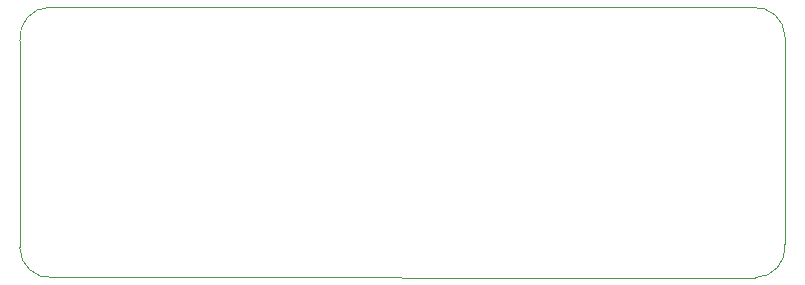
<source format=gbr>
%TF.GenerationSoftware,KiCad,Pcbnew,(6.0.1)*%
%TF.CreationDate,2022-02-12T00:31:54+11:00*%
%TF.ProjectId,VolcaModularMidi,566f6c63-614d-46f6-9475-6c61724d6964,rev?*%
%TF.SameCoordinates,Original*%
%TF.FileFunction,Profile,NP*%
%FSLAX46Y46*%
G04 Gerber Fmt 4.6, Leading zero omitted, Abs format (unit mm)*
G04 Created by KiCad (PCBNEW (6.0.1)) date 2022-02-12 00:31:54*
%MOMM*%
%LPD*%
G01*
G04 APERTURE LIST*
%TA.AperFunction,Profile*%
%ADD10C,0.100000*%
%TD*%
G04 APERTURE END LIST*
D10*
X77470000Y-59674175D02*
X136876019Y-59690000D01*
X74914175Y-80009998D02*
X74930000Y-62513981D01*
X77470000Y-59674175D02*
G75*
G03*
X74930000Y-62513981I-3J-2555823D01*
G01*
X139699999Y-79726018D02*
X139715825Y-62230000D01*
X137159999Y-82565824D02*
G75*
G03*
X139699999Y-79726018I3J2555823D01*
G01*
X74914175Y-80009998D02*
G75*
G03*
X77753981Y-82549998I2555823J-3D01*
G01*
X139715825Y-62230000D02*
G75*
G03*
X136876019Y-59690000I-2555823J3D01*
G01*
X137159999Y-82565824D02*
X77753981Y-82549998D01*
M02*

</source>
